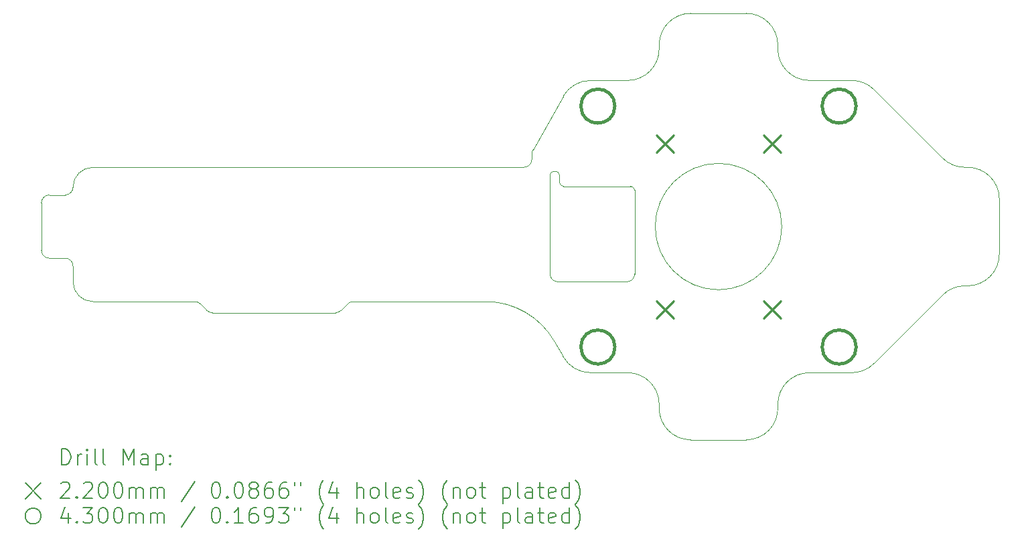
<source format=gbr>
%TF.GenerationSoftware,KiCad,Pcbnew,7.0.9*%
%TF.CreationDate,2024-09-28T03:36:16+08:00*%
%TF.ProjectId,thingy,7468696e-6779-42e6-9b69-6361645f7063,rev?*%
%TF.SameCoordinates,Original*%
%TF.FileFunction,Drillmap*%
%TF.FilePolarity,Positive*%
%FSLAX45Y45*%
G04 Gerber Fmt 4.5, Leading zero omitted, Abs format (unit mm)*
G04 Created by KiCad (PCBNEW 7.0.9) date 2024-09-28 03:36:16*
%MOMM*%
%LPD*%
G01*
G04 APERTURE LIST*
%ADD10C,0.100000*%
%ADD11C,0.200000*%
%ADD12C,0.220000*%
%ADD13C,0.430000*%
G04 APERTURE END LIST*
D10*
X-2080000Y700000D02*
G75*
G03*
X-2130000Y650000I0J-50000D01*
G01*
X-2010000Y650000D02*
G75*
G03*
X-2060000Y700000I-50000J0D01*
G01*
X-1060000Y460000D02*
G75*
G03*
X-1110000Y510000I-50000J0D01*
G01*
X-2010000Y560000D02*
G75*
G03*
X-1960000Y510000I50000J0D01*
G01*
X-7910000Y750000D02*
X-2460000Y750000D01*
X750000Y-2250000D02*
X750000Y-2300000D01*
X-1160000Y-700000D02*
X-2030000Y-700000D01*
X-1160000Y-700000D02*
G75*
G03*
X-1060000Y-600000I0J100000D01*
G01*
X-750000Y-2250000D02*
G75*
G03*
X-1150000Y-1850000I-400000J0D01*
G01*
X-350000Y2700000D02*
G75*
G03*
X-750000Y2300000I0J-400000D01*
G01*
X-1960000Y510000D02*
X-1110000Y510000D01*
X-750000Y2300000D02*
X-750000Y2250000D01*
X3115685Y-749997D02*
G75*
G03*
X2832843Y-867157I5J-400003D01*
G01*
X3150000Y750000D02*
X3115685Y750000D01*
X2832843Y867157D02*
X1967157Y1732843D01*
X1967157Y-1732843D02*
X2832843Y-867157D01*
X3150000Y-750000D02*
G75*
G03*
X3550000Y-350000I0J400000D01*
G01*
X1150000Y-1850000D02*
G75*
G03*
X750000Y-2250000I0J-400000D01*
G01*
X-750000Y-2300000D02*
X-750000Y-2250000D01*
X350000Y-2700000D02*
G75*
G03*
X750000Y-2300000I0J400000D01*
G01*
X1684315Y1850000D02*
X1150000Y1850000D01*
X750000Y2250000D02*
X750000Y2300000D01*
X350000Y2700000D02*
X-350000Y2700000D01*
X-1150000Y-1850000D02*
X-1616908Y-1850000D01*
X750000Y2250000D02*
G75*
G03*
X1150000Y1850000I400000J0D01*
G01*
X750000Y2300000D02*
G75*
G03*
X350000Y2700000I-400000J0D01*
G01*
X3115685Y-750000D02*
X3150000Y-750000D01*
X3550000Y350000D02*
G75*
G03*
X3150000Y750000I-400000J0D01*
G01*
X800000Y0D02*
G75*
G03*
X800000Y0I-800000J0D01*
G01*
X350000Y-2700000D02*
X-350000Y-2700000D01*
X-2130000Y-600000D02*
G75*
G03*
X-2030000Y-700000I100000J0D01*
G01*
X-2010000Y650000D02*
X-2010000Y560000D01*
X-1150000Y1850000D02*
G75*
G03*
X-750000Y2250000I0J400000D01*
G01*
X-2130000Y-600000D02*
X-2130000Y650000D01*
X2832845Y867160D02*
G75*
G03*
X3115685Y750000I282845J282840D01*
G01*
X1684315Y-1850000D02*
X1150000Y-1850000D01*
X-1150000Y1850000D02*
X-1616908Y1850000D01*
X3550000Y-350000D02*
X3550000Y350000D01*
X1967157Y1732843D02*
G75*
G03*
X1684315Y1850000I-282843J-282843D01*
G01*
X1684315Y-1850000D02*
G75*
G03*
X1967157Y-1732843I-1J400001D01*
G01*
X-750000Y-2300000D02*
G75*
G03*
X-350000Y-2700000I400000J0D01*
G01*
X-4618579Y-950000D02*
G75*
G03*
X-4689289Y-979289I0J-100000D01*
G01*
X-2347002Y972937D02*
G75*
G03*
X-2360000Y923636I87002J-49301D01*
G01*
X-4841421Y-1090000D02*
G75*
G03*
X-4770711Y-1060711I0J100000D01*
G01*
X-2080000Y700000D02*
X-2060000Y700000D01*
X-6550711Y-979289D02*
G75*
G03*
X-6621421Y-950000I-70710J-70710D01*
G01*
X-6469289Y-1060711D02*
G75*
G03*
X-6398579Y-1090000I70710J70710D01*
G01*
X-2460000Y750000D02*
G75*
G03*
X-2360000Y850000I0J100000D01*
G01*
X-1060000Y460000D02*
X-1060000Y-600000D01*
X-1964917Y-1647205D02*
G75*
G03*
X-1616908Y-1850000I348009J197205D01*
G01*
X-8560000Y300000D02*
X-8560000Y-300000D01*
X-8460000Y-400000D02*
X-8260000Y-400000D01*
X-8260000Y400000D02*
X-8460000Y400000D01*
X-8160000Y500000D02*
X-8160000Y500000D01*
X-1616908Y1850000D02*
G75*
G03*
X-1964917Y1647205I0J-400000D01*
G01*
X-8160000Y-500000D02*
X-8160000Y-700000D01*
X-2347002Y972937D02*
X-1964917Y1647205D01*
X-2072707Y-1456987D02*
X-1964917Y-1647205D01*
X-8160000Y-500000D02*
G75*
G03*
X-8260000Y-400000I-100000J0D01*
G01*
X-4618579Y-950000D02*
X-2942729Y-950000D01*
X-6469289Y-1060711D02*
X-6550711Y-979289D01*
X-7910000Y750000D02*
G75*
G03*
X-8160000Y500000I0J-250000D01*
G01*
X-6398579Y-1090000D02*
X-4841421Y-1090000D01*
X-8160000Y-700000D02*
G75*
G03*
X-7910000Y-950000I250000J0D01*
G01*
X-8560000Y-300000D02*
G75*
G03*
X-8460000Y-400000I100000J0D01*
G01*
X-2072707Y-1456987D02*
G75*
G03*
X-2942729Y-950000I-870022J-493013D01*
G01*
X-4770711Y-1060711D02*
X-4689289Y-979289D01*
X-6621421Y-950000D02*
X-7910000Y-950000D01*
X-8460000Y400000D02*
G75*
G03*
X-8560000Y300000I0J-100000D01*
G01*
X-8260000Y400000D02*
G75*
G03*
X-8160000Y500000I0J100000D01*
G01*
X-2360000Y850000D02*
X-2360000Y923636D01*
D11*
D12*
X-785000Y1160000D02*
X-565000Y940000D01*
X-565000Y1160000D02*
X-785000Y940000D01*
X-785000Y-940000D02*
X-565000Y-1160000D01*
X-565000Y-940000D02*
X-785000Y-1160000D01*
X565000Y1160000D02*
X785000Y940000D01*
X785000Y1160000D02*
X565000Y940000D01*
X565000Y-940000D02*
X785000Y-1160000D01*
X785000Y-940000D02*
X565000Y-1160000D01*
D13*
X-1310000Y1525000D02*
G75*
G03*
X-1310000Y1525000I-215000J0D01*
G01*
X-1310000Y-1525000D02*
G75*
G03*
X-1310000Y-1525000I-215000J0D01*
G01*
X1740000Y1525000D02*
G75*
G03*
X1740000Y1525000I-215000J0D01*
G01*
X1740000Y-1525000D02*
G75*
G03*
X1740000Y-1525000I-215000J0D01*
G01*
D11*
X-8304223Y-3016484D02*
X-8304223Y-2816484D01*
X-8304223Y-2816484D02*
X-8256604Y-2816484D01*
X-8256604Y-2816484D02*
X-8228033Y-2826008D01*
X-8228033Y-2826008D02*
X-8208985Y-2845055D01*
X-8208985Y-2845055D02*
X-8199461Y-2864103D01*
X-8199461Y-2864103D02*
X-8189937Y-2902198D01*
X-8189937Y-2902198D02*
X-8189937Y-2930769D01*
X-8189937Y-2930769D02*
X-8199461Y-2968865D01*
X-8199461Y-2968865D02*
X-8208985Y-2987912D01*
X-8208985Y-2987912D02*
X-8228033Y-3006960D01*
X-8228033Y-3006960D02*
X-8256604Y-3016484D01*
X-8256604Y-3016484D02*
X-8304223Y-3016484D01*
X-8104223Y-3016484D02*
X-8104223Y-2883150D01*
X-8104223Y-2921246D02*
X-8094699Y-2902198D01*
X-8094699Y-2902198D02*
X-8085175Y-2892674D01*
X-8085175Y-2892674D02*
X-8066128Y-2883150D01*
X-8066128Y-2883150D02*
X-8047080Y-2883150D01*
X-7980414Y-3016484D02*
X-7980414Y-2883150D01*
X-7980414Y-2816484D02*
X-7989937Y-2826008D01*
X-7989937Y-2826008D02*
X-7980414Y-2835531D01*
X-7980414Y-2835531D02*
X-7970890Y-2826008D01*
X-7970890Y-2826008D02*
X-7980414Y-2816484D01*
X-7980414Y-2816484D02*
X-7980414Y-2835531D01*
X-7856604Y-3016484D02*
X-7875652Y-3006960D01*
X-7875652Y-3006960D02*
X-7885175Y-2987912D01*
X-7885175Y-2987912D02*
X-7885175Y-2816484D01*
X-7751842Y-3016484D02*
X-7770890Y-3006960D01*
X-7770890Y-3006960D02*
X-7780414Y-2987912D01*
X-7780414Y-2987912D02*
X-7780414Y-2816484D01*
X-7523271Y-3016484D02*
X-7523271Y-2816484D01*
X-7523271Y-2816484D02*
X-7456604Y-2959341D01*
X-7456604Y-2959341D02*
X-7389937Y-2816484D01*
X-7389937Y-2816484D02*
X-7389937Y-3016484D01*
X-7208985Y-3016484D02*
X-7208985Y-2911722D01*
X-7208985Y-2911722D02*
X-7218509Y-2892674D01*
X-7218509Y-2892674D02*
X-7237556Y-2883150D01*
X-7237556Y-2883150D02*
X-7275652Y-2883150D01*
X-7275652Y-2883150D02*
X-7294699Y-2892674D01*
X-7208985Y-3006960D02*
X-7228033Y-3016484D01*
X-7228033Y-3016484D02*
X-7275652Y-3016484D01*
X-7275652Y-3016484D02*
X-7294699Y-3006960D01*
X-7294699Y-3006960D02*
X-7304223Y-2987912D01*
X-7304223Y-2987912D02*
X-7304223Y-2968865D01*
X-7304223Y-2968865D02*
X-7294699Y-2949817D01*
X-7294699Y-2949817D02*
X-7275652Y-2940293D01*
X-7275652Y-2940293D02*
X-7228033Y-2940293D01*
X-7228033Y-2940293D02*
X-7208985Y-2930769D01*
X-7113747Y-2883150D02*
X-7113747Y-3083150D01*
X-7113747Y-2892674D02*
X-7094699Y-2883150D01*
X-7094699Y-2883150D02*
X-7056604Y-2883150D01*
X-7056604Y-2883150D02*
X-7037556Y-2892674D01*
X-7037556Y-2892674D02*
X-7028033Y-2902198D01*
X-7028033Y-2902198D02*
X-7018509Y-2921246D01*
X-7018509Y-2921246D02*
X-7018509Y-2978388D01*
X-7018509Y-2978388D02*
X-7028033Y-2997436D01*
X-7028033Y-2997436D02*
X-7037556Y-3006960D01*
X-7037556Y-3006960D02*
X-7056604Y-3016484D01*
X-7056604Y-3016484D02*
X-7094699Y-3016484D01*
X-7094699Y-3016484D02*
X-7113747Y-3006960D01*
X-6932794Y-2997436D02*
X-6923271Y-3006960D01*
X-6923271Y-3006960D02*
X-6932794Y-3016484D01*
X-6932794Y-3016484D02*
X-6942318Y-3006960D01*
X-6942318Y-3006960D02*
X-6932794Y-2997436D01*
X-6932794Y-2997436D02*
X-6932794Y-3016484D01*
X-6932794Y-2892674D02*
X-6923271Y-2902198D01*
X-6923271Y-2902198D02*
X-6932794Y-2911722D01*
X-6932794Y-2911722D02*
X-6942318Y-2902198D01*
X-6942318Y-2902198D02*
X-6932794Y-2892674D01*
X-6932794Y-2892674D02*
X-6932794Y-2911722D01*
X-8765000Y-3245000D02*
X-8565000Y-3445000D01*
X-8565000Y-3245000D02*
X-8765000Y-3445000D01*
X-8313747Y-3255531D02*
X-8304223Y-3246008D01*
X-8304223Y-3246008D02*
X-8285175Y-3236484D01*
X-8285175Y-3236484D02*
X-8237556Y-3236484D01*
X-8237556Y-3236484D02*
X-8218509Y-3246008D01*
X-8218509Y-3246008D02*
X-8208985Y-3255531D01*
X-8208985Y-3255531D02*
X-8199461Y-3274579D01*
X-8199461Y-3274579D02*
X-8199461Y-3293627D01*
X-8199461Y-3293627D02*
X-8208985Y-3322198D01*
X-8208985Y-3322198D02*
X-8323271Y-3436484D01*
X-8323271Y-3436484D02*
X-8199461Y-3436484D01*
X-8113747Y-3417436D02*
X-8104223Y-3426960D01*
X-8104223Y-3426960D02*
X-8113747Y-3436484D01*
X-8113747Y-3436484D02*
X-8123271Y-3426960D01*
X-8123271Y-3426960D02*
X-8113747Y-3417436D01*
X-8113747Y-3417436D02*
X-8113747Y-3436484D01*
X-8028033Y-3255531D02*
X-8018509Y-3246008D01*
X-8018509Y-3246008D02*
X-7999461Y-3236484D01*
X-7999461Y-3236484D02*
X-7951842Y-3236484D01*
X-7951842Y-3236484D02*
X-7932794Y-3246008D01*
X-7932794Y-3246008D02*
X-7923271Y-3255531D01*
X-7923271Y-3255531D02*
X-7913747Y-3274579D01*
X-7913747Y-3274579D02*
X-7913747Y-3293627D01*
X-7913747Y-3293627D02*
X-7923271Y-3322198D01*
X-7923271Y-3322198D02*
X-8037556Y-3436484D01*
X-8037556Y-3436484D02*
X-7913747Y-3436484D01*
X-7789937Y-3236484D02*
X-7770890Y-3236484D01*
X-7770890Y-3236484D02*
X-7751842Y-3246008D01*
X-7751842Y-3246008D02*
X-7742318Y-3255531D01*
X-7742318Y-3255531D02*
X-7732794Y-3274579D01*
X-7732794Y-3274579D02*
X-7723271Y-3312674D01*
X-7723271Y-3312674D02*
X-7723271Y-3360293D01*
X-7723271Y-3360293D02*
X-7732794Y-3398388D01*
X-7732794Y-3398388D02*
X-7742318Y-3417436D01*
X-7742318Y-3417436D02*
X-7751842Y-3426960D01*
X-7751842Y-3426960D02*
X-7770890Y-3436484D01*
X-7770890Y-3436484D02*
X-7789937Y-3436484D01*
X-7789937Y-3436484D02*
X-7808985Y-3426960D01*
X-7808985Y-3426960D02*
X-7818509Y-3417436D01*
X-7818509Y-3417436D02*
X-7828033Y-3398388D01*
X-7828033Y-3398388D02*
X-7837556Y-3360293D01*
X-7837556Y-3360293D02*
X-7837556Y-3312674D01*
X-7837556Y-3312674D02*
X-7828033Y-3274579D01*
X-7828033Y-3274579D02*
X-7818509Y-3255531D01*
X-7818509Y-3255531D02*
X-7808985Y-3246008D01*
X-7808985Y-3246008D02*
X-7789937Y-3236484D01*
X-7599461Y-3236484D02*
X-7580413Y-3236484D01*
X-7580413Y-3236484D02*
X-7561366Y-3246008D01*
X-7561366Y-3246008D02*
X-7551842Y-3255531D01*
X-7551842Y-3255531D02*
X-7542318Y-3274579D01*
X-7542318Y-3274579D02*
X-7532794Y-3312674D01*
X-7532794Y-3312674D02*
X-7532794Y-3360293D01*
X-7532794Y-3360293D02*
X-7542318Y-3398388D01*
X-7542318Y-3398388D02*
X-7551842Y-3417436D01*
X-7551842Y-3417436D02*
X-7561366Y-3426960D01*
X-7561366Y-3426960D02*
X-7580413Y-3436484D01*
X-7580413Y-3436484D02*
X-7599461Y-3436484D01*
X-7599461Y-3436484D02*
X-7618509Y-3426960D01*
X-7618509Y-3426960D02*
X-7628033Y-3417436D01*
X-7628033Y-3417436D02*
X-7637556Y-3398388D01*
X-7637556Y-3398388D02*
X-7647080Y-3360293D01*
X-7647080Y-3360293D02*
X-7647080Y-3312674D01*
X-7647080Y-3312674D02*
X-7637556Y-3274579D01*
X-7637556Y-3274579D02*
X-7628033Y-3255531D01*
X-7628033Y-3255531D02*
X-7618509Y-3246008D01*
X-7618509Y-3246008D02*
X-7599461Y-3236484D01*
X-7447080Y-3436484D02*
X-7447080Y-3303150D01*
X-7447080Y-3322198D02*
X-7437556Y-3312674D01*
X-7437556Y-3312674D02*
X-7418509Y-3303150D01*
X-7418509Y-3303150D02*
X-7389937Y-3303150D01*
X-7389937Y-3303150D02*
X-7370890Y-3312674D01*
X-7370890Y-3312674D02*
X-7361366Y-3331722D01*
X-7361366Y-3331722D02*
X-7361366Y-3436484D01*
X-7361366Y-3331722D02*
X-7351842Y-3312674D01*
X-7351842Y-3312674D02*
X-7332794Y-3303150D01*
X-7332794Y-3303150D02*
X-7304223Y-3303150D01*
X-7304223Y-3303150D02*
X-7285175Y-3312674D01*
X-7285175Y-3312674D02*
X-7275652Y-3331722D01*
X-7275652Y-3331722D02*
X-7275652Y-3436484D01*
X-7180413Y-3436484D02*
X-7180413Y-3303150D01*
X-7180413Y-3322198D02*
X-7170890Y-3312674D01*
X-7170890Y-3312674D02*
X-7151842Y-3303150D01*
X-7151842Y-3303150D02*
X-7123271Y-3303150D01*
X-7123271Y-3303150D02*
X-7104223Y-3312674D01*
X-7104223Y-3312674D02*
X-7094699Y-3331722D01*
X-7094699Y-3331722D02*
X-7094699Y-3436484D01*
X-7094699Y-3331722D02*
X-7085175Y-3312674D01*
X-7085175Y-3312674D02*
X-7066128Y-3303150D01*
X-7066128Y-3303150D02*
X-7037556Y-3303150D01*
X-7037556Y-3303150D02*
X-7018509Y-3312674D01*
X-7018509Y-3312674D02*
X-7008985Y-3331722D01*
X-7008985Y-3331722D02*
X-7008985Y-3436484D01*
X-6618509Y-3226960D02*
X-6789937Y-3484103D01*
X-6361366Y-3236484D02*
X-6342318Y-3236484D01*
X-6342318Y-3236484D02*
X-6323270Y-3246008D01*
X-6323270Y-3246008D02*
X-6313747Y-3255531D01*
X-6313747Y-3255531D02*
X-6304223Y-3274579D01*
X-6304223Y-3274579D02*
X-6294699Y-3312674D01*
X-6294699Y-3312674D02*
X-6294699Y-3360293D01*
X-6294699Y-3360293D02*
X-6304223Y-3398388D01*
X-6304223Y-3398388D02*
X-6313747Y-3417436D01*
X-6313747Y-3417436D02*
X-6323270Y-3426960D01*
X-6323270Y-3426960D02*
X-6342318Y-3436484D01*
X-6342318Y-3436484D02*
X-6361366Y-3436484D01*
X-6361366Y-3436484D02*
X-6380413Y-3426960D01*
X-6380413Y-3426960D02*
X-6389937Y-3417436D01*
X-6389937Y-3417436D02*
X-6399461Y-3398388D01*
X-6399461Y-3398388D02*
X-6408985Y-3360293D01*
X-6408985Y-3360293D02*
X-6408985Y-3312674D01*
X-6408985Y-3312674D02*
X-6399461Y-3274579D01*
X-6399461Y-3274579D02*
X-6389937Y-3255531D01*
X-6389937Y-3255531D02*
X-6380413Y-3246008D01*
X-6380413Y-3246008D02*
X-6361366Y-3236484D01*
X-6208985Y-3417436D02*
X-6199461Y-3426960D01*
X-6199461Y-3426960D02*
X-6208985Y-3436484D01*
X-6208985Y-3436484D02*
X-6218509Y-3426960D01*
X-6218509Y-3426960D02*
X-6208985Y-3417436D01*
X-6208985Y-3417436D02*
X-6208985Y-3436484D01*
X-6075651Y-3236484D02*
X-6056604Y-3236484D01*
X-6056604Y-3236484D02*
X-6037556Y-3246008D01*
X-6037556Y-3246008D02*
X-6028032Y-3255531D01*
X-6028032Y-3255531D02*
X-6018509Y-3274579D01*
X-6018509Y-3274579D02*
X-6008985Y-3312674D01*
X-6008985Y-3312674D02*
X-6008985Y-3360293D01*
X-6008985Y-3360293D02*
X-6018509Y-3398388D01*
X-6018509Y-3398388D02*
X-6028032Y-3417436D01*
X-6028032Y-3417436D02*
X-6037556Y-3426960D01*
X-6037556Y-3426960D02*
X-6056604Y-3436484D01*
X-6056604Y-3436484D02*
X-6075651Y-3436484D01*
X-6075651Y-3436484D02*
X-6094699Y-3426960D01*
X-6094699Y-3426960D02*
X-6104223Y-3417436D01*
X-6104223Y-3417436D02*
X-6113747Y-3398388D01*
X-6113747Y-3398388D02*
X-6123270Y-3360293D01*
X-6123270Y-3360293D02*
X-6123270Y-3312674D01*
X-6123270Y-3312674D02*
X-6113747Y-3274579D01*
X-6113747Y-3274579D02*
X-6104223Y-3255531D01*
X-6104223Y-3255531D02*
X-6094699Y-3246008D01*
X-6094699Y-3246008D02*
X-6075651Y-3236484D01*
X-5894699Y-3322198D02*
X-5913747Y-3312674D01*
X-5913747Y-3312674D02*
X-5923270Y-3303150D01*
X-5923270Y-3303150D02*
X-5932794Y-3284103D01*
X-5932794Y-3284103D02*
X-5932794Y-3274579D01*
X-5932794Y-3274579D02*
X-5923270Y-3255531D01*
X-5923270Y-3255531D02*
X-5913747Y-3246008D01*
X-5913747Y-3246008D02*
X-5894699Y-3236484D01*
X-5894699Y-3236484D02*
X-5856604Y-3236484D01*
X-5856604Y-3236484D02*
X-5837556Y-3246008D01*
X-5837556Y-3246008D02*
X-5828032Y-3255531D01*
X-5828032Y-3255531D02*
X-5818509Y-3274579D01*
X-5818509Y-3274579D02*
X-5818509Y-3284103D01*
X-5818509Y-3284103D02*
X-5828032Y-3303150D01*
X-5828032Y-3303150D02*
X-5837556Y-3312674D01*
X-5837556Y-3312674D02*
X-5856604Y-3322198D01*
X-5856604Y-3322198D02*
X-5894699Y-3322198D01*
X-5894699Y-3322198D02*
X-5913747Y-3331722D01*
X-5913747Y-3331722D02*
X-5923270Y-3341246D01*
X-5923270Y-3341246D02*
X-5932794Y-3360293D01*
X-5932794Y-3360293D02*
X-5932794Y-3398388D01*
X-5932794Y-3398388D02*
X-5923270Y-3417436D01*
X-5923270Y-3417436D02*
X-5913747Y-3426960D01*
X-5913747Y-3426960D02*
X-5894699Y-3436484D01*
X-5894699Y-3436484D02*
X-5856604Y-3436484D01*
X-5856604Y-3436484D02*
X-5837556Y-3426960D01*
X-5837556Y-3426960D02*
X-5828032Y-3417436D01*
X-5828032Y-3417436D02*
X-5818509Y-3398388D01*
X-5818509Y-3398388D02*
X-5818509Y-3360293D01*
X-5818509Y-3360293D02*
X-5828032Y-3341246D01*
X-5828032Y-3341246D02*
X-5837556Y-3331722D01*
X-5837556Y-3331722D02*
X-5856604Y-3322198D01*
X-5647080Y-3236484D02*
X-5685175Y-3236484D01*
X-5685175Y-3236484D02*
X-5704223Y-3246008D01*
X-5704223Y-3246008D02*
X-5713747Y-3255531D01*
X-5713747Y-3255531D02*
X-5732794Y-3284103D01*
X-5732794Y-3284103D02*
X-5742318Y-3322198D01*
X-5742318Y-3322198D02*
X-5742318Y-3398388D01*
X-5742318Y-3398388D02*
X-5732794Y-3417436D01*
X-5732794Y-3417436D02*
X-5723270Y-3426960D01*
X-5723270Y-3426960D02*
X-5704223Y-3436484D01*
X-5704223Y-3436484D02*
X-5666128Y-3436484D01*
X-5666128Y-3436484D02*
X-5647080Y-3426960D01*
X-5647080Y-3426960D02*
X-5637556Y-3417436D01*
X-5637556Y-3417436D02*
X-5628032Y-3398388D01*
X-5628032Y-3398388D02*
X-5628032Y-3350769D01*
X-5628032Y-3350769D02*
X-5637556Y-3331722D01*
X-5637556Y-3331722D02*
X-5647080Y-3322198D01*
X-5647080Y-3322198D02*
X-5666128Y-3312674D01*
X-5666128Y-3312674D02*
X-5704223Y-3312674D01*
X-5704223Y-3312674D02*
X-5723270Y-3322198D01*
X-5723270Y-3322198D02*
X-5732794Y-3331722D01*
X-5732794Y-3331722D02*
X-5742318Y-3350769D01*
X-5456604Y-3236484D02*
X-5494699Y-3236484D01*
X-5494699Y-3236484D02*
X-5513747Y-3246008D01*
X-5513747Y-3246008D02*
X-5523271Y-3255531D01*
X-5523271Y-3255531D02*
X-5542318Y-3284103D01*
X-5542318Y-3284103D02*
X-5551842Y-3322198D01*
X-5551842Y-3322198D02*
X-5551842Y-3398388D01*
X-5551842Y-3398388D02*
X-5542318Y-3417436D01*
X-5542318Y-3417436D02*
X-5532794Y-3426960D01*
X-5532794Y-3426960D02*
X-5513747Y-3436484D01*
X-5513747Y-3436484D02*
X-5475651Y-3436484D01*
X-5475651Y-3436484D02*
X-5456604Y-3426960D01*
X-5456604Y-3426960D02*
X-5447080Y-3417436D01*
X-5447080Y-3417436D02*
X-5437556Y-3398388D01*
X-5437556Y-3398388D02*
X-5437556Y-3350769D01*
X-5437556Y-3350769D02*
X-5447080Y-3331722D01*
X-5447080Y-3331722D02*
X-5456604Y-3322198D01*
X-5456604Y-3322198D02*
X-5475651Y-3312674D01*
X-5475651Y-3312674D02*
X-5513747Y-3312674D01*
X-5513747Y-3312674D02*
X-5532794Y-3322198D01*
X-5532794Y-3322198D02*
X-5542318Y-3331722D01*
X-5542318Y-3331722D02*
X-5551842Y-3350769D01*
X-5361366Y-3236484D02*
X-5361366Y-3274579D01*
X-5285175Y-3236484D02*
X-5285175Y-3274579D01*
X-4989937Y-3512674D02*
X-4999461Y-3503150D01*
X-4999461Y-3503150D02*
X-5018509Y-3474579D01*
X-5018509Y-3474579D02*
X-5028032Y-3455531D01*
X-5028032Y-3455531D02*
X-5037556Y-3426960D01*
X-5037556Y-3426960D02*
X-5047080Y-3379341D01*
X-5047080Y-3379341D02*
X-5047080Y-3341246D01*
X-5047080Y-3341246D02*
X-5037556Y-3293627D01*
X-5037556Y-3293627D02*
X-5028032Y-3265055D01*
X-5028032Y-3265055D02*
X-5018509Y-3246008D01*
X-5018509Y-3246008D02*
X-4999461Y-3217436D01*
X-4999461Y-3217436D02*
X-4989937Y-3207912D01*
X-4828032Y-3303150D02*
X-4828032Y-3436484D01*
X-4875651Y-3226960D02*
X-4923270Y-3369817D01*
X-4923270Y-3369817D02*
X-4799461Y-3369817D01*
X-4570889Y-3436484D02*
X-4570889Y-3236484D01*
X-4485175Y-3436484D02*
X-4485175Y-3331722D01*
X-4485175Y-3331722D02*
X-4494699Y-3312674D01*
X-4494699Y-3312674D02*
X-4513747Y-3303150D01*
X-4513747Y-3303150D02*
X-4542318Y-3303150D01*
X-4542318Y-3303150D02*
X-4561366Y-3312674D01*
X-4561366Y-3312674D02*
X-4570889Y-3322198D01*
X-4361366Y-3436484D02*
X-4380413Y-3426960D01*
X-4380413Y-3426960D02*
X-4389937Y-3417436D01*
X-4389937Y-3417436D02*
X-4399461Y-3398388D01*
X-4399461Y-3398388D02*
X-4399461Y-3341246D01*
X-4399461Y-3341246D02*
X-4389937Y-3322198D01*
X-4389937Y-3322198D02*
X-4380413Y-3312674D01*
X-4380413Y-3312674D02*
X-4361366Y-3303150D01*
X-4361366Y-3303150D02*
X-4332794Y-3303150D01*
X-4332794Y-3303150D02*
X-4313747Y-3312674D01*
X-4313747Y-3312674D02*
X-4304223Y-3322198D01*
X-4304223Y-3322198D02*
X-4294699Y-3341246D01*
X-4294699Y-3341246D02*
X-4294699Y-3398388D01*
X-4294699Y-3398388D02*
X-4304223Y-3417436D01*
X-4304223Y-3417436D02*
X-4313747Y-3426960D01*
X-4313747Y-3426960D02*
X-4332794Y-3436484D01*
X-4332794Y-3436484D02*
X-4361366Y-3436484D01*
X-4180413Y-3436484D02*
X-4199461Y-3426960D01*
X-4199461Y-3426960D02*
X-4208985Y-3407912D01*
X-4208985Y-3407912D02*
X-4208985Y-3236484D01*
X-4028032Y-3426960D02*
X-4047080Y-3436484D01*
X-4047080Y-3436484D02*
X-4085175Y-3436484D01*
X-4085175Y-3436484D02*
X-4104223Y-3426960D01*
X-4104223Y-3426960D02*
X-4113746Y-3407912D01*
X-4113746Y-3407912D02*
X-4113746Y-3331722D01*
X-4113746Y-3331722D02*
X-4104223Y-3312674D01*
X-4104223Y-3312674D02*
X-4085175Y-3303150D01*
X-4085175Y-3303150D02*
X-4047080Y-3303150D01*
X-4047080Y-3303150D02*
X-4028032Y-3312674D01*
X-4028032Y-3312674D02*
X-4018508Y-3331722D01*
X-4018508Y-3331722D02*
X-4018508Y-3350769D01*
X-4018508Y-3350769D02*
X-4113746Y-3369817D01*
X-3942318Y-3426960D02*
X-3923270Y-3436484D01*
X-3923270Y-3436484D02*
X-3885175Y-3436484D01*
X-3885175Y-3436484D02*
X-3866127Y-3426960D01*
X-3866127Y-3426960D02*
X-3856604Y-3407912D01*
X-3856604Y-3407912D02*
X-3856604Y-3398388D01*
X-3856604Y-3398388D02*
X-3866127Y-3379341D01*
X-3866127Y-3379341D02*
X-3885175Y-3369817D01*
X-3885175Y-3369817D02*
X-3913746Y-3369817D01*
X-3913746Y-3369817D02*
X-3932794Y-3360293D01*
X-3932794Y-3360293D02*
X-3942318Y-3341246D01*
X-3942318Y-3341246D02*
X-3942318Y-3331722D01*
X-3942318Y-3331722D02*
X-3932794Y-3312674D01*
X-3932794Y-3312674D02*
X-3913746Y-3303150D01*
X-3913746Y-3303150D02*
X-3885175Y-3303150D01*
X-3885175Y-3303150D02*
X-3866127Y-3312674D01*
X-3789937Y-3512674D02*
X-3780413Y-3503150D01*
X-3780413Y-3503150D02*
X-3761365Y-3474579D01*
X-3761365Y-3474579D02*
X-3751842Y-3455531D01*
X-3751842Y-3455531D02*
X-3742318Y-3426960D01*
X-3742318Y-3426960D02*
X-3732794Y-3379341D01*
X-3732794Y-3379341D02*
X-3732794Y-3341246D01*
X-3732794Y-3341246D02*
X-3742318Y-3293627D01*
X-3742318Y-3293627D02*
X-3751842Y-3265055D01*
X-3751842Y-3265055D02*
X-3761365Y-3246008D01*
X-3761365Y-3246008D02*
X-3780413Y-3217436D01*
X-3780413Y-3217436D02*
X-3789937Y-3207912D01*
X-3428032Y-3512674D02*
X-3437556Y-3503150D01*
X-3437556Y-3503150D02*
X-3456604Y-3474579D01*
X-3456604Y-3474579D02*
X-3466127Y-3455531D01*
X-3466127Y-3455531D02*
X-3475651Y-3426960D01*
X-3475651Y-3426960D02*
X-3485175Y-3379341D01*
X-3485175Y-3379341D02*
X-3485175Y-3341246D01*
X-3485175Y-3341246D02*
X-3475651Y-3293627D01*
X-3475651Y-3293627D02*
X-3466127Y-3265055D01*
X-3466127Y-3265055D02*
X-3456604Y-3246008D01*
X-3456604Y-3246008D02*
X-3437556Y-3217436D01*
X-3437556Y-3217436D02*
X-3428032Y-3207912D01*
X-3351842Y-3303150D02*
X-3351842Y-3436484D01*
X-3351842Y-3322198D02*
X-3342318Y-3312674D01*
X-3342318Y-3312674D02*
X-3323270Y-3303150D01*
X-3323270Y-3303150D02*
X-3294699Y-3303150D01*
X-3294699Y-3303150D02*
X-3275651Y-3312674D01*
X-3275651Y-3312674D02*
X-3266127Y-3331722D01*
X-3266127Y-3331722D02*
X-3266127Y-3436484D01*
X-3142318Y-3436484D02*
X-3161365Y-3426960D01*
X-3161365Y-3426960D02*
X-3170889Y-3417436D01*
X-3170889Y-3417436D02*
X-3180413Y-3398388D01*
X-3180413Y-3398388D02*
X-3180413Y-3341246D01*
X-3180413Y-3341246D02*
X-3170889Y-3322198D01*
X-3170889Y-3322198D02*
X-3161365Y-3312674D01*
X-3161365Y-3312674D02*
X-3142318Y-3303150D01*
X-3142318Y-3303150D02*
X-3113746Y-3303150D01*
X-3113746Y-3303150D02*
X-3094699Y-3312674D01*
X-3094699Y-3312674D02*
X-3085175Y-3322198D01*
X-3085175Y-3322198D02*
X-3075651Y-3341246D01*
X-3075651Y-3341246D02*
X-3075651Y-3398388D01*
X-3075651Y-3398388D02*
X-3085175Y-3417436D01*
X-3085175Y-3417436D02*
X-3094699Y-3426960D01*
X-3094699Y-3426960D02*
X-3113746Y-3436484D01*
X-3113746Y-3436484D02*
X-3142318Y-3436484D01*
X-3018508Y-3303150D02*
X-2942318Y-3303150D01*
X-2989937Y-3236484D02*
X-2989937Y-3407912D01*
X-2989937Y-3407912D02*
X-2980413Y-3426960D01*
X-2980413Y-3426960D02*
X-2961365Y-3436484D01*
X-2961365Y-3436484D02*
X-2942318Y-3436484D01*
X-2723270Y-3303150D02*
X-2723270Y-3503150D01*
X-2723270Y-3312674D02*
X-2704223Y-3303150D01*
X-2704223Y-3303150D02*
X-2666127Y-3303150D01*
X-2666127Y-3303150D02*
X-2647080Y-3312674D01*
X-2647080Y-3312674D02*
X-2637556Y-3322198D01*
X-2637556Y-3322198D02*
X-2628032Y-3341246D01*
X-2628032Y-3341246D02*
X-2628032Y-3398388D01*
X-2628032Y-3398388D02*
X-2637556Y-3417436D01*
X-2637556Y-3417436D02*
X-2647080Y-3426960D01*
X-2647080Y-3426960D02*
X-2666127Y-3436484D01*
X-2666127Y-3436484D02*
X-2704223Y-3436484D01*
X-2704223Y-3436484D02*
X-2723270Y-3426960D01*
X-2513746Y-3436484D02*
X-2532794Y-3426960D01*
X-2532794Y-3426960D02*
X-2542318Y-3407912D01*
X-2542318Y-3407912D02*
X-2542318Y-3236484D01*
X-2351842Y-3436484D02*
X-2351842Y-3331722D01*
X-2351842Y-3331722D02*
X-2361365Y-3312674D01*
X-2361365Y-3312674D02*
X-2380413Y-3303150D01*
X-2380413Y-3303150D02*
X-2418508Y-3303150D01*
X-2418508Y-3303150D02*
X-2437556Y-3312674D01*
X-2351842Y-3426960D02*
X-2370889Y-3436484D01*
X-2370889Y-3436484D02*
X-2418508Y-3436484D01*
X-2418508Y-3436484D02*
X-2437556Y-3426960D01*
X-2437556Y-3426960D02*
X-2447080Y-3407912D01*
X-2447080Y-3407912D02*
X-2447080Y-3388865D01*
X-2447080Y-3388865D02*
X-2437556Y-3369817D01*
X-2437556Y-3369817D02*
X-2418508Y-3360293D01*
X-2418508Y-3360293D02*
X-2370889Y-3360293D01*
X-2370889Y-3360293D02*
X-2351842Y-3350769D01*
X-2285175Y-3303150D02*
X-2208985Y-3303150D01*
X-2256604Y-3236484D02*
X-2256604Y-3407912D01*
X-2256604Y-3407912D02*
X-2247080Y-3426960D01*
X-2247080Y-3426960D02*
X-2228032Y-3436484D01*
X-2228032Y-3436484D02*
X-2208985Y-3436484D01*
X-2066127Y-3426960D02*
X-2085175Y-3436484D01*
X-2085175Y-3436484D02*
X-2123270Y-3436484D01*
X-2123270Y-3436484D02*
X-2142318Y-3426960D01*
X-2142318Y-3426960D02*
X-2151842Y-3407912D01*
X-2151842Y-3407912D02*
X-2151842Y-3331722D01*
X-2151842Y-3331722D02*
X-2142318Y-3312674D01*
X-2142318Y-3312674D02*
X-2123270Y-3303150D01*
X-2123270Y-3303150D02*
X-2085175Y-3303150D01*
X-2085175Y-3303150D02*
X-2066127Y-3312674D01*
X-2066127Y-3312674D02*
X-2056603Y-3331722D01*
X-2056603Y-3331722D02*
X-2056603Y-3350769D01*
X-2056603Y-3350769D02*
X-2151842Y-3369817D01*
X-1885175Y-3436484D02*
X-1885175Y-3236484D01*
X-1885175Y-3426960D02*
X-1904222Y-3436484D01*
X-1904222Y-3436484D02*
X-1942318Y-3436484D01*
X-1942318Y-3436484D02*
X-1961365Y-3426960D01*
X-1961365Y-3426960D02*
X-1970889Y-3417436D01*
X-1970889Y-3417436D02*
X-1980413Y-3398388D01*
X-1980413Y-3398388D02*
X-1980413Y-3341246D01*
X-1980413Y-3341246D02*
X-1970889Y-3322198D01*
X-1970889Y-3322198D02*
X-1961365Y-3312674D01*
X-1961365Y-3312674D02*
X-1942318Y-3303150D01*
X-1942318Y-3303150D02*
X-1904222Y-3303150D01*
X-1904222Y-3303150D02*
X-1885175Y-3312674D01*
X-1808984Y-3512674D02*
X-1799461Y-3503150D01*
X-1799461Y-3503150D02*
X-1780413Y-3474579D01*
X-1780413Y-3474579D02*
X-1770889Y-3455531D01*
X-1770889Y-3455531D02*
X-1761365Y-3426960D01*
X-1761365Y-3426960D02*
X-1751842Y-3379341D01*
X-1751842Y-3379341D02*
X-1751842Y-3341246D01*
X-1751842Y-3341246D02*
X-1761365Y-3293627D01*
X-1761365Y-3293627D02*
X-1770889Y-3265055D01*
X-1770889Y-3265055D02*
X-1780413Y-3246008D01*
X-1780413Y-3246008D02*
X-1799461Y-3217436D01*
X-1799461Y-3217436D02*
X-1808984Y-3207912D01*
X-8565000Y-3665000D02*
G75*
G03*
X-8565000Y-3665000I-100000J0D01*
G01*
X-8218509Y-3623150D02*
X-8218509Y-3756484D01*
X-8266128Y-3546960D02*
X-8313747Y-3689817D01*
X-8313747Y-3689817D02*
X-8189937Y-3689817D01*
X-8113747Y-3737436D02*
X-8104223Y-3746960D01*
X-8104223Y-3746960D02*
X-8113747Y-3756484D01*
X-8113747Y-3756484D02*
X-8123271Y-3746960D01*
X-8123271Y-3746960D02*
X-8113747Y-3737436D01*
X-8113747Y-3737436D02*
X-8113747Y-3756484D01*
X-8037556Y-3556484D02*
X-7913747Y-3556484D01*
X-7913747Y-3556484D02*
X-7980414Y-3632674D01*
X-7980414Y-3632674D02*
X-7951842Y-3632674D01*
X-7951842Y-3632674D02*
X-7932794Y-3642198D01*
X-7932794Y-3642198D02*
X-7923271Y-3651722D01*
X-7923271Y-3651722D02*
X-7913747Y-3670769D01*
X-7913747Y-3670769D02*
X-7913747Y-3718388D01*
X-7913747Y-3718388D02*
X-7923271Y-3737436D01*
X-7923271Y-3737436D02*
X-7932794Y-3746960D01*
X-7932794Y-3746960D02*
X-7951842Y-3756484D01*
X-7951842Y-3756484D02*
X-8008985Y-3756484D01*
X-8008985Y-3756484D02*
X-8028033Y-3746960D01*
X-8028033Y-3746960D02*
X-8037556Y-3737436D01*
X-7789937Y-3556484D02*
X-7770890Y-3556484D01*
X-7770890Y-3556484D02*
X-7751842Y-3566008D01*
X-7751842Y-3566008D02*
X-7742318Y-3575531D01*
X-7742318Y-3575531D02*
X-7732794Y-3594579D01*
X-7732794Y-3594579D02*
X-7723271Y-3632674D01*
X-7723271Y-3632674D02*
X-7723271Y-3680293D01*
X-7723271Y-3680293D02*
X-7732794Y-3718388D01*
X-7732794Y-3718388D02*
X-7742318Y-3737436D01*
X-7742318Y-3737436D02*
X-7751842Y-3746960D01*
X-7751842Y-3746960D02*
X-7770890Y-3756484D01*
X-7770890Y-3756484D02*
X-7789937Y-3756484D01*
X-7789937Y-3756484D02*
X-7808985Y-3746960D01*
X-7808985Y-3746960D02*
X-7818509Y-3737436D01*
X-7818509Y-3737436D02*
X-7828033Y-3718388D01*
X-7828033Y-3718388D02*
X-7837556Y-3680293D01*
X-7837556Y-3680293D02*
X-7837556Y-3632674D01*
X-7837556Y-3632674D02*
X-7828033Y-3594579D01*
X-7828033Y-3594579D02*
X-7818509Y-3575531D01*
X-7818509Y-3575531D02*
X-7808985Y-3566008D01*
X-7808985Y-3566008D02*
X-7789937Y-3556484D01*
X-7599461Y-3556484D02*
X-7580413Y-3556484D01*
X-7580413Y-3556484D02*
X-7561366Y-3566008D01*
X-7561366Y-3566008D02*
X-7551842Y-3575531D01*
X-7551842Y-3575531D02*
X-7542318Y-3594579D01*
X-7542318Y-3594579D02*
X-7532794Y-3632674D01*
X-7532794Y-3632674D02*
X-7532794Y-3680293D01*
X-7532794Y-3680293D02*
X-7542318Y-3718388D01*
X-7542318Y-3718388D02*
X-7551842Y-3737436D01*
X-7551842Y-3737436D02*
X-7561366Y-3746960D01*
X-7561366Y-3746960D02*
X-7580413Y-3756484D01*
X-7580413Y-3756484D02*
X-7599461Y-3756484D01*
X-7599461Y-3756484D02*
X-7618509Y-3746960D01*
X-7618509Y-3746960D02*
X-7628033Y-3737436D01*
X-7628033Y-3737436D02*
X-7637556Y-3718388D01*
X-7637556Y-3718388D02*
X-7647080Y-3680293D01*
X-7647080Y-3680293D02*
X-7647080Y-3632674D01*
X-7647080Y-3632674D02*
X-7637556Y-3594579D01*
X-7637556Y-3594579D02*
X-7628033Y-3575531D01*
X-7628033Y-3575531D02*
X-7618509Y-3566008D01*
X-7618509Y-3566008D02*
X-7599461Y-3556484D01*
X-7447080Y-3756484D02*
X-7447080Y-3623150D01*
X-7447080Y-3642198D02*
X-7437556Y-3632674D01*
X-7437556Y-3632674D02*
X-7418509Y-3623150D01*
X-7418509Y-3623150D02*
X-7389937Y-3623150D01*
X-7389937Y-3623150D02*
X-7370890Y-3632674D01*
X-7370890Y-3632674D02*
X-7361366Y-3651722D01*
X-7361366Y-3651722D02*
X-7361366Y-3756484D01*
X-7361366Y-3651722D02*
X-7351842Y-3632674D01*
X-7351842Y-3632674D02*
X-7332794Y-3623150D01*
X-7332794Y-3623150D02*
X-7304223Y-3623150D01*
X-7304223Y-3623150D02*
X-7285175Y-3632674D01*
X-7285175Y-3632674D02*
X-7275652Y-3651722D01*
X-7275652Y-3651722D02*
X-7275652Y-3756484D01*
X-7180413Y-3756484D02*
X-7180413Y-3623150D01*
X-7180413Y-3642198D02*
X-7170890Y-3632674D01*
X-7170890Y-3632674D02*
X-7151842Y-3623150D01*
X-7151842Y-3623150D02*
X-7123271Y-3623150D01*
X-7123271Y-3623150D02*
X-7104223Y-3632674D01*
X-7104223Y-3632674D02*
X-7094699Y-3651722D01*
X-7094699Y-3651722D02*
X-7094699Y-3756484D01*
X-7094699Y-3651722D02*
X-7085175Y-3632674D01*
X-7085175Y-3632674D02*
X-7066128Y-3623150D01*
X-7066128Y-3623150D02*
X-7037556Y-3623150D01*
X-7037556Y-3623150D02*
X-7018509Y-3632674D01*
X-7018509Y-3632674D02*
X-7008985Y-3651722D01*
X-7008985Y-3651722D02*
X-7008985Y-3756484D01*
X-6618509Y-3546960D02*
X-6789937Y-3804103D01*
X-6361366Y-3556484D02*
X-6342318Y-3556484D01*
X-6342318Y-3556484D02*
X-6323270Y-3566008D01*
X-6323270Y-3566008D02*
X-6313747Y-3575531D01*
X-6313747Y-3575531D02*
X-6304223Y-3594579D01*
X-6304223Y-3594579D02*
X-6294699Y-3632674D01*
X-6294699Y-3632674D02*
X-6294699Y-3680293D01*
X-6294699Y-3680293D02*
X-6304223Y-3718388D01*
X-6304223Y-3718388D02*
X-6313747Y-3737436D01*
X-6313747Y-3737436D02*
X-6323270Y-3746960D01*
X-6323270Y-3746960D02*
X-6342318Y-3756484D01*
X-6342318Y-3756484D02*
X-6361366Y-3756484D01*
X-6361366Y-3756484D02*
X-6380413Y-3746960D01*
X-6380413Y-3746960D02*
X-6389937Y-3737436D01*
X-6389937Y-3737436D02*
X-6399461Y-3718388D01*
X-6399461Y-3718388D02*
X-6408985Y-3680293D01*
X-6408985Y-3680293D02*
X-6408985Y-3632674D01*
X-6408985Y-3632674D02*
X-6399461Y-3594579D01*
X-6399461Y-3594579D02*
X-6389937Y-3575531D01*
X-6389937Y-3575531D02*
X-6380413Y-3566008D01*
X-6380413Y-3566008D02*
X-6361366Y-3556484D01*
X-6208985Y-3737436D02*
X-6199461Y-3746960D01*
X-6199461Y-3746960D02*
X-6208985Y-3756484D01*
X-6208985Y-3756484D02*
X-6218509Y-3746960D01*
X-6218509Y-3746960D02*
X-6208985Y-3737436D01*
X-6208985Y-3737436D02*
X-6208985Y-3756484D01*
X-6008985Y-3756484D02*
X-6123270Y-3756484D01*
X-6066128Y-3756484D02*
X-6066128Y-3556484D01*
X-6066128Y-3556484D02*
X-6085175Y-3585055D01*
X-6085175Y-3585055D02*
X-6104223Y-3604103D01*
X-6104223Y-3604103D02*
X-6123270Y-3613627D01*
X-5837556Y-3556484D02*
X-5875651Y-3556484D01*
X-5875651Y-3556484D02*
X-5894699Y-3566008D01*
X-5894699Y-3566008D02*
X-5904223Y-3575531D01*
X-5904223Y-3575531D02*
X-5923270Y-3604103D01*
X-5923270Y-3604103D02*
X-5932794Y-3642198D01*
X-5932794Y-3642198D02*
X-5932794Y-3718388D01*
X-5932794Y-3718388D02*
X-5923270Y-3737436D01*
X-5923270Y-3737436D02*
X-5913747Y-3746960D01*
X-5913747Y-3746960D02*
X-5894699Y-3756484D01*
X-5894699Y-3756484D02*
X-5856604Y-3756484D01*
X-5856604Y-3756484D02*
X-5837556Y-3746960D01*
X-5837556Y-3746960D02*
X-5828032Y-3737436D01*
X-5828032Y-3737436D02*
X-5818509Y-3718388D01*
X-5818509Y-3718388D02*
X-5818509Y-3670769D01*
X-5818509Y-3670769D02*
X-5828032Y-3651722D01*
X-5828032Y-3651722D02*
X-5837556Y-3642198D01*
X-5837556Y-3642198D02*
X-5856604Y-3632674D01*
X-5856604Y-3632674D02*
X-5894699Y-3632674D01*
X-5894699Y-3632674D02*
X-5913747Y-3642198D01*
X-5913747Y-3642198D02*
X-5923270Y-3651722D01*
X-5923270Y-3651722D02*
X-5932794Y-3670769D01*
X-5723270Y-3756484D02*
X-5685175Y-3756484D01*
X-5685175Y-3756484D02*
X-5666128Y-3746960D01*
X-5666128Y-3746960D02*
X-5656604Y-3737436D01*
X-5656604Y-3737436D02*
X-5637556Y-3708865D01*
X-5637556Y-3708865D02*
X-5628032Y-3670769D01*
X-5628032Y-3670769D02*
X-5628032Y-3594579D01*
X-5628032Y-3594579D02*
X-5637556Y-3575531D01*
X-5637556Y-3575531D02*
X-5647080Y-3566008D01*
X-5647080Y-3566008D02*
X-5666128Y-3556484D01*
X-5666128Y-3556484D02*
X-5704223Y-3556484D01*
X-5704223Y-3556484D02*
X-5723270Y-3566008D01*
X-5723270Y-3566008D02*
X-5732794Y-3575531D01*
X-5732794Y-3575531D02*
X-5742318Y-3594579D01*
X-5742318Y-3594579D02*
X-5742318Y-3642198D01*
X-5742318Y-3642198D02*
X-5732794Y-3661246D01*
X-5732794Y-3661246D02*
X-5723270Y-3670769D01*
X-5723270Y-3670769D02*
X-5704223Y-3680293D01*
X-5704223Y-3680293D02*
X-5666128Y-3680293D01*
X-5666128Y-3680293D02*
X-5647080Y-3670769D01*
X-5647080Y-3670769D02*
X-5637556Y-3661246D01*
X-5637556Y-3661246D02*
X-5628032Y-3642198D01*
X-5561366Y-3556484D02*
X-5437556Y-3556484D01*
X-5437556Y-3556484D02*
X-5504223Y-3632674D01*
X-5504223Y-3632674D02*
X-5475651Y-3632674D01*
X-5475651Y-3632674D02*
X-5456604Y-3642198D01*
X-5456604Y-3642198D02*
X-5447080Y-3651722D01*
X-5447080Y-3651722D02*
X-5437556Y-3670769D01*
X-5437556Y-3670769D02*
X-5437556Y-3718388D01*
X-5437556Y-3718388D02*
X-5447080Y-3737436D01*
X-5447080Y-3737436D02*
X-5456604Y-3746960D01*
X-5456604Y-3746960D02*
X-5475651Y-3756484D01*
X-5475651Y-3756484D02*
X-5532794Y-3756484D01*
X-5532794Y-3756484D02*
X-5551842Y-3746960D01*
X-5551842Y-3746960D02*
X-5561366Y-3737436D01*
X-5361366Y-3556484D02*
X-5361366Y-3594579D01*
X-5285175Y-3556484D02*
X-5285175Y-3594579D01*
X-4989937Y-3832674D02*
X-4999461Y-3823150D01*
X-4999461Y-3823150D02*
X-5018509Y-3794579D01*
X-5018509Y-3794579D02*
X-5028032Y-3775531D01*
X-5028032Y-3775531D02*
X-5037556Y-3746960D01*
X-5037556Y-3746960D02*
X-5047080Y-3699341D01*
X-5047080Y-3699341D02*
X-5047080Y-3661246D01*
X-5047080Y-3661246D02*
X-5037556Y-3613627D01*
X-5037556Y-3613627D02*
X-5028032Y-3585055D01*
X-5028032Y-3585055D02*
X-5018509Y-3566008D01*
X-5018509Y-3566008D02*
X-4999461Y-3537436D01*
X-4999461Y-3537436D02*
X-4989937Y-3527912D01*
X-4828032Y-3623150D02*
X-4828032Y-3756484D01*
X-4875651Y-3546960D02*
X-4923270Y-3689817D01*
X-4923270Y-3689817D02*
X-4799461Y-3689817D01*
X-4570889Y-3756484D02*
X-4570889Y-3556484D01*
X-4485175Y-3756484D02*
X-4485175Y-3651722D01*
X-4485175Y-3651722D02*
X-4494699Y-3632674D01*
X-4494699Y-3632674D02*
X-4513747Y-3623150D01*
X-4513747Y-3623150D02*
X-4542318Y-3623150D01*
X-4542318Y-3623150D02*
X-4561366Y-3632674D01*
X-4561366Y-3632674D02*
X-4570889Y-3642198D01*
X-4361366Y-3756484D02*
X-4380413Y-3746960D01*
X-4380413Y-3746960D02*
X-4389937Y-3737436D01*
X-4389937Y-3737436D02*
X-4399461Y-3718388D01*
X-4399461Y-3718388D02*
X-4399461Y-3661246D01*
X-4399461Y-3661246D02*
X-4389937Y-3642198D01*
X-4389937Y-3642198D02*
X-4380413Y-3632674D01*
X-4380413Y-3632674D02*
X-4361366Y-3623150D01*
X-4361366Y-3623150D02*
X-4332794Y-3623150D01*
X-4332794Y-3623150D02*
X-4313747Y-3632674D01*
X-4313747Y-3632674D02*
X-4304223Y-3642198D01*
X-4304223Y-3642198D02*
X-4294699Y-3661246D01*
X-4294699Y-3661246D02*
X-4294699Y-3718388D01*
X-4294699Y-3718388D02*
X-4304223Y-3737436D01*
X-4304223Y-3737436D02*
X-4313747Y-3746960D01*
X-4313747Y-3746960D02*
X-4332794Y-3756484D01*
X-4332794Y-3756484D02*
X-4361366Y-3756484D01*
X-4180413Y-3756484D02*
X-4199461Y-3746960D01*
X-4199461Y-3746960D02*
X-4208985Y-3727912D01*
X-4208985Y-3727912D02*
X-4208985Y-3556484D01*
X-4028032Y-3746960D02*
X-4047080Y-3756484D01*
X-4047080Y-3756484D02*
X-4085175Y-3756484D01*
X-4085175Y-3756484D02*
X-4104223Y-3746960D01*
X-4104223Y-3746960D02*
X-4113746Y-3727912D01*
X-4113746Y-3727912D02*
X-4113746Y-3651722D01*
X-4113746Y-3651722D02*
X-4104223Y-3632674D01*
X-4104223Y-3632674D02*
X-4085175Y-3623150D01*
X-4085175Y-3623150D02*
X-4047080Y-3623150D01*
X-4047080Y-3623150D02*
X-4028032Y-3632674D01*
X-4028032Y-3632674D02*
X-4018508Y-3651722D01*
X-4018508Y-3651722D02*
X-4018508Y-3670769D01*
X-4018508Y-3670769D02*
X-4113746Y-3689817D01*
X-3942318Y-3746960D02*
X-3923270Y-3756484D01*
X-3923270Y-3756484D02*
X-3885175Y-3756484D01*
X-3885175Y-3756484D02*
X-3866127Y-3746960D01*
X-3866127Y-3746960D02*
X-3856604Y-3727912D01*
X-3856604Y-3727912D02*
X-3856604Y-3718388D01*
X-3856604Y-3718388D02*
X-3866127Y-3699341D01*
X-3866127Y-3699341D02*
X-3885175Y-3689817D01*
X-3885175Y-3689817D02*
X-3913746Y-3689817D01*
X-3913746Y-3689817D02*
X-3932794Y-3680293D01*
X-3932794Y-3680293D02*
X-3942318Y-3661246D01*
X-3942318Y-3661246D02*
X-3942318Y-3651722D01*
X-3942318Y-3651722D02*
X-3932794Y-3632674D01*
X-3932794Y-3632674D02*
X-3913746Y-3623150D01*
X-3913746Y-3623150D02*
X-3885175Y-3623150D01*
X-3885175Y-3623150D02*
X-3866127Y-3632674D01*
X-3789937Y-3832674D02*
X-3780413Y-3823150D01*
X-3780413Y-3823150D02*
X-3761365Y-3794579D01*
X-3761365Y-3794579D02*
X-3751842Y-3775531D01*
X-3751842Y-3775531D02*
X-3742318Y-3746960D01*
X-3742318Y-3746960D02*
X-3732794Y-3699341D01*
X-3732794Y-3699341D02*
X-3732794Y-3661246D01*
X-3732794Y-3661246D02*
X-3742318Y-3613627D01*
X-3742318Y-3613627D02*
X-3751842Y-3585055D01*
X-3751842Y-3585055D02*
X-3761365Y-3566008D01*
X-3761365Y-3566008D02*
X-3780413Y-3537436D01*
X-3780413Y-3537436D02*
X-3789937Y-3527912D01*
X-3428032Y-3832674D02*
X-3437556Y-3823150D01*
X-3437556Y-3823150D02*
X-3456604Y-3794579D01*
X-3456604Y-3794579D02*
X-3466127Y-3775531D01*
X-3466127Y-3775531D02*
X-3475651Y-3746960D01*
X-3475651Y-3746960D02*
X-3485175Y-3699341D01*
X-3485175Y-3699341D02*
X-3485175Y-3661246D01*
X-3485175Y-3661246D02*
X-3475651Y-3613627D01*
X-3475651Y-3613627D02*
X-3466127Y-3585055D01*
X-3466127Y-3585055D02*
X-3456604Y-3566008D01*
X-3456604Y-3566008D02*
X-3437556Y-3537436D01*
X-3437556Y-3537436D02*
X-3428032Y-3527912D01*
X-3351842Y-3623150D02*
X-3351842Y-3756484D01*
X-3351842Y-3642198D02*
X-3342318Y-3632674D01*
X-3342318Y-3632674D02*
X-3323270Y-3623150D01*
X-3323270Y-3623150D02*
X-3294699Y-3623150D01*
X-3294699Y-3623150D02*
X-3275651Y-3632674D01*
X-3275651Y-3632674D02*
X-3266127Y-3651722D01*
X-3266127Y-3651722D02*
X-3266127Y-3756484D01*
X-3142318Y-3756484D02*
X-3161365Y-3746960D01*
X-3161365Y-3746960D02*
X-3170889Y-3737436D01*
X-3170889Y-3737436D02*
X-3180413Y-3718388D01*
X-3180413Y-3718388D02*
X-3180413Y-3661246D01*
X-3180413Y-3661246D02*
X-3170889Y-3642198D01*
X-3170889Y-3642198D02*
X-3161365Y-3632674D01*
X-3161365Y-3632674D02*
X-3142318Y-3623150D01*
X-3142318Y-3623150D02*
X-3113746Y-3623150D01*
X-3113746Y-3623150D02*
X-3094699Y-3632674D01*
X-3094699Y-3632674D02*
X-3085175Y-3642198D01*
X-3085175Y-3642198D02*
X-3075651Y-3661246D01*
X-3075651Y-3661246D02*
X-3075651Y-3718388D01*
X-3075651Y-3718388D02*
X-3085175Y-3737436D01*
X-3085175Y-3737436D02*
X-3094699Y-3746960D01*
X-3094699Y-3746960D02*
X-3113746Y-3756484D01*
X-3113746Y-3756484D02*
X-3142318Y-3756484D01*
X-3018508Y-3623150D02*
X-2942318Y-3623150D01*
X-2989937Y-3556484D02*
X-2989937Y-3727912D01*
X-2989937Y-3727912D02*
X-2980413Y-3746960D01*
X-2980413Y-3746960D02*
X-2961365Y-3756484D01*
X-2961365Y-3756484D02*
X-2942318Y-3756484D01*
X-2723270Y-3623150D02*
X-2723270Y-3823150D01*
X-2723270Y-3632674D02*
X-2704223Y-3623150D01*
X-2704223Y-3623150D02*
X-2666127Y-3623150D01*
X-2666127Y-3623150D02*
X-2647080Y-3632674D01*
X-2647080Y-3632674D02*
X-2637556Y-3642198D01*
X-2637556Y-3642198D02*
X-2628032Y-3661246D01*
X-2628032Y-3661246D02*
X-2628032Y-3718388D01*
X-2628032Y-3718388D02*
X-2637556Y-3737436D01*
X-2637556Y-3737436D02*
X-2647080Y-3746960D01*
X-2647080Y-3746960D02*
X-2666127Y-3756484D01*
X-2666127Y-3756484D02*
X-2704223Y-3756484D01*
X-2704223Y-3756484D02*
X-2723270Y-3746960D01*
X-2513746Y-3756484D02*
X-2532794Y-3746960D01*
X-2532794Y-3746960D02*
X-2542318Y-3727912D01*
X-2542318Y-3727912D02*
X-2542318Y-3556484D01*
X-2351842Y-3756484D02*
X-2351842Y-3651722D01*
X-2351842Y-3651722D02*
X-2361365Y-3632674D01*
X-2361365Y-3632674D02*
X-2380413Y-3623150D01*
X-2380413Y-3623150D02*
X-2418508Y-3623150D01*
X-2418508Y-3623150D02*
X-2437556Y-3632674D01*
X-2351842Y-3746960D02*
X-2370889Y-3756484D01*
X-2370889Y-3756484D02*
X-2418508Y-3756484D01*
X-2418508Y-3756484D02*
X-2437556Y-3746960D01*
X-2437556Y-3746960D02*
X-2447080Y-3727912D01*
X-2447080Y-3727912D02*
X-2447080Y-3708865D01*
X-2447080Y-3708865D02*
X-2437556Y-3689817D01*
X-2437556Y-3689817D02*
X-2418508Y-3680293D01*
X-2418508Y-3680293D02*
X-2370889Y-3680293D01*
X-2370889Y-3680293D02*
X-2351842Y-3670769D01*
X-2285175Y-3623150D02*
X-2208985Y-3623150D01*
X-2256604Y-3556484D02*
X-2256604Y-3727912D01*
X-2256604Y-3727912D02*
X-2247080Y-3746960D01*
X-2247080Y-3746960D02*
X-2228032Y-3756484D01*
X-2228032Y-3756484D02*
X-2208985Y-3756484D01*
X-2066127Y-3746960D02*
X-2085175Y-3756484D01*
X-2085175Y-3756484D02*
X-2123270Y-3756484D01*
X-2123270Y-3756484D02*
X-2142318Y-3746960D01*
X-2142318Y-3746960D02*
X-2151842Y-3727912D01*
X-2151842Y-3727912D02*
X-2151842Y-3651722D01*
X-2151842Y-3651722D02*
X-2142318Y-3632674D01*
X-2142318Y-3632674D02*
X-2123270Y-3623150D01*
X-2123270Y-3623150D02*
X-2085175Y-3623150D01*
X-2085175Y-3623150D02*
X-2066127Y-3632674D01*
X-2066127Y-3632674D02*
X-2056603Y-3651722D01*
X-2056603Y-3651722D02*
X-2056603Y-3670769D01*
X-2056603Y-3670769D02*
X-2151842Y-3689817D01*
X-1885175Y-3756484D02*
X-1885175Y-3556484D01*
X-1885175Y-3746960D02*
X-1904222Y-3756484D01*
X-1904222Y-3756484D02*
X-1942318Y-3756484D01*
X-1942318Y-3756484D02*
X-1961365Y-3746960D01*
X-1961365Y-3746960D02*
X-1970889Y-3737436D01*
X-1970889Y-3737436D02*
X-1980413Y-3718388D01*
X-1980413Y-3718388D02*
X-1980413Y-3661246D01*
X-1980413Y-3661246D02*
X-1970889Y-3642198D01*
X-1970889Y-3642198D02*
X-1961365Y-3632674D01*
X-1961365Y-3632674D02*
X-1942318Y-3623150D01*
X-1942318Y-3623150D02*
X-1904222Y-3623150D01*
X-1904222Y-3623150D02*
X-1885175Y-3632674D01*
X-1808984Y-3832674D02*
X-1799461Y-3823150D01*
X-1799461Y-3823150D02*
X-1780413Y-3794579D01*
X-1780413Y-3794579D02*
X-1770889Y-3775531D01*
X-1770889Y-3775531D02*
X-1761365Y-3746960D01*
X-1761365Y-3746960D02*
X-1751842Y-3699341D01*
X-1751842Y-3699341D02*
X-1751842Y-3661246D01*
X-1751842Y-3661246D02*
X-1761365Y-3613627D01*
X-1761365Y-3613627D02*
X-1770889Y-3585055D01*
X-1770889Y-3585055D02*
X-1780413Y-3566008D01*
X-1780413Y-3566008D02*
X-1799461Y-3537436D01*
X-1799461Y-3537436D02*
X-1808984Y-3527912D01*
M02*

</source>
